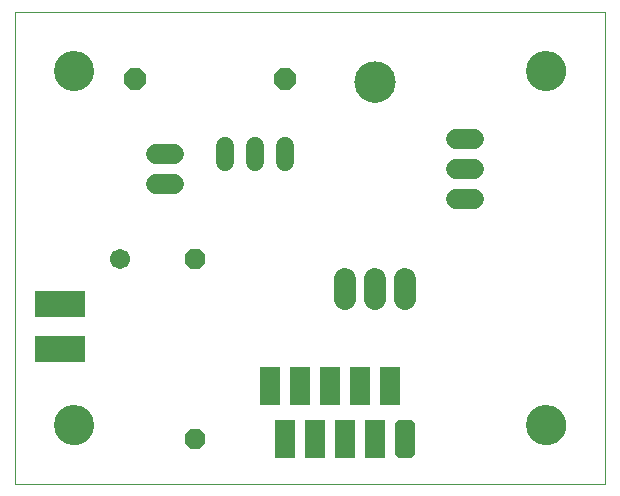
<source format=gts>
G75*
%MOIN*%
%OFA0B0*%
%FSLAX25Y25*%
%IPPOS*%
%LPD*%
%AMOC8*
5,1,8,0,0,1.08239X$1,22.5*
%
%ADD10C,0.00000*%
%ADD11C,0.07400*%
%ADD12C,0.13800*%
%ADD13C,0.03353*%
%ADD14R,0.06706X0.12611*%
%ADD15OC8,0.07400*%
%ADD16OC8,0.06800*%
%ADD17C,0.06000*%
%ADD18C,0.06800*%
%ADD19R,0.16548X0.08674*%
%ADD20C,0.13398*%
%ADD21C,0.06706*%
D10*
X0007378Y0007378D02*
X0007378Y0164858D01*
X0204228Y0164858D01*
X0204228Y0007378D01*
X0007378Y0007378D01*
X0020764Y0027063D02*
X0020766Y0027221D01*
X0020772Y0027379D01*
X0020782Y0027537D01*
X0020796Y0027695D01*
X0020814Y0027852D01*
X0020835Y0028009D01*
X0020861Y0028165D01*
X0020891Y0028321D01*
X0020924Y0028476D01*
X0020962Y0028629D01*
X0021003Y0028782D01*
X0021048Y0028934D01*
X0021097Y0029085D01*
X0021150Y0029234D01*
X0021206Y0029382D01*
X0021266Y0029528D01*
X0021330Y0029673D01*
X0021398Y0029816D01*
X0021469Y0029958D01*
X0021543Y0030098D01*
X0021621Y0030235D01*
X0021703Y0030371D01*
X0021787Y0030505D01*
X0021876Y0030636D01*
X0021967Y0030765D01*
X0022062Y0030892D01*
X0022159Y0031017D01*
X0022260Y0031139D01*
X0022364Y0031258D01*
X0022471Y0031375D01*
X0022581Y0031489D01*
X0022694Y0031600D01*
X0022809Y0031709D01*
X0022927Y0031814D01*
X0023048Y0031916D01*
X0023171Y0032016D01*
X0023297Y0032112D01*
X0023425Y0032205D01*
X0023555Y0032295D01*
X0023688Y0032381D01*
X0023823Y0032465D01*
X0023959Y0032544D01*
X0024098Y0032621D01*
X0024239Y0032693D01*
X0024381Y0032763D01*
X0024525Y0032828D01*
X0024671Y0032890D01*
X0024818Y0032948D01*
X0024967Y0033003D01*
X0025117Y0033054D01*
X0025268Y0033101D01*
X0025420Y0033144D01*
X0025573Y0033183D01*
X0025728Y0033219D01*
X0025883Y0033250D01*
X0026039Y0033278D01*
X0026195Y0033302D01*
X0026352Y0033322D01*
X0026510Y0033338D01*
X0026667Y0033350D01*
X0026826Y0033358D01*
X0026984Y0033362D01*
X0027142Y0033362D01*
X0027300Y0033358D01*
X0027459Y0033350D01*
X0027616Y0033338D01*
X0027774Y0033322D01*
X0027931Y0033302D01*
X0028087Y0033278D01*
X0028243Y0033250D01*
X0028398Y0033219D01*
X0028553Y0033183D01*
X0028706Y0033144D01*
X0028858Y0033101D01*
X0029009Y0033054D01*
X0029159Y0033003D01*
X0029308Y0032948D01*
X0029455Y0032890D01*
X0029601Y0032828D01*
X0029745Y0032763D01*
X0029887Y0032693D01*
X0030028Y0032621D01*
X0030167Y0032544D01*
X0030303Y0032465D01*
X0030438Y0032381D01*
X0030571Y0032295D01*
X0030701Y0032205D01*
X0030829Y0032112D01*
X0030955Y0032016D01*
X0031078Y0031916D01*
X0031199Y0031814D01*
X0031317Y0031709D01*
X0031432Y0031600D01*
X0031545Y0031489D01*
X0031655Y0031375D01*
X0031762Y0031258D01*
X0031866Y0031139D01*
X0031967Y0031017D01*
X0032064Y0030892D01*
X0032159Y0030765D01*
X0032250Y0030636D01*
X0032339Y0030505D01*
X0032423Y0030371D01*
X0032505Y0030235D01*
X0032583Y0030098D01*
X0032657Y0029958D01*
X0032728Y0029816D01*
X0032796Y0029673D01*
X0032860Y0029528D01*
X0032920Y0029382D01*
X0032976Y0029234D01*
X0033029Y0029085D01*
X0033078Y0028934D01*
X0033123Y0028782D01*
X0033164Y0028629D01*
X0033202Y0028476D01*
X0033235Y0028321D01*
X0033265Y0028165D01*
X0033291Y0028009D01*
X0033312Y0027852D01*
X0033330Y0027695D01*
X0033344Y0027537D01*
X0033354Y0027379D01*
X0033360Y0027221D01*
X0033362Y0027063D01*
X0033360Y0026905D01*
X0033354Y0026747D01*
X0033344Y0026589D01*
X0033330Y0026431D01*
X0033312Y0026274D01*
X0033291Y0026117D01*
X0033265Y0025961D01*
X0033235Y0025805D01*
X0033202Y0025650D01*
X0033164Y0025497D01*
X0033123Y0025344D01*
X0033078Y0025192D01*
X0033029Y0025041D01*
X0032976Y0024892D01*
X0032920Y0024744D01*
X0032860Y0024598D01*
X0032796Y0024453D01*
X0032728Y0024310D01*
X0032657Y0024168D01*
X0032583Y0024028D01*
X0032505Y0023891D01*
X0032423Y0023755D01*
X0032339Y0023621D01*
X0032250Y0023490D01*
X0032159Y0023361D01*
X0032064Y0023234D01*
X0031967Y0023109D01*
X0031866Y0022987D01*
X0031762Y0022868D01*
X0031655Y0022751D01*
X0031545Y0022637D01*
X0031432Y0022526D01*
X0031317Y0022417D01*
X0031199Y0022312D01*
X0031078Y0022210D01*
X0030955Y0022110D01*
X0030829Y0022014D01*
X0030701Y0021921D01*
X0030571Y0021831D01*
X0030438Y0021745D01*
X0030303Y0021661D01*
X0030167Y0021582D01*
X0030028Y0021505D01*
X0029887Y0021433D01*
X0029745Y0021363D01*
X0029601Y0021298D01*
X0029455Y0021236D01*
X0029308Y0021178D01*
X0029159Y0021123D01*
X0029009Y0021072D01*
X0028858Y0021025D01*
X0028706Y0020982D01*
X0028553Y0020943D01*
X0028398Y0020907D01*
X0028243Y0020876D01*
X0028087Y0020848D01*
X0027931Y0020824D01*
X0027774Y0020804D01*
X0027616Y0020788D01*
X0027459Y0020776D01*
X0027300Y0020768D01*
X0027142Y0020764D01*
X0026984Y0020764D01*
X0026826Y0020768D01*
X0026667Y0020776D01*
X0026510Y0020788D01*
X0026352Y0020804D01*
X0026195Y0020824D01*
X0026039Y0020848D01*
X0025883Y0020876D01*
X0025728Y0020907D01*
X0025573Y0020943D01*
X0025420Y0020982D01*
X0025268Y0021025D01*
X0025117Y0021072D01*
X0024967Y0021123D01*
X0024818Y0021178D01*
X0024671Y0021236D01*
X0024525Y0021298D01*
X0024381Y0021363D01*
X0024239Y0021433D01*
X0024098Y0021505D01*
X0023959Y0021582D01*
X0023823Y0021661D01*
X0023688Y0021745D01*
X0023555Y0021831D01*
X0023425Y0021921D01*
X0023297Y0022014D01*
X0023171Y0022110D01*
X0023048Y0022210D01*
X0022927Y0022312D01*
X0022809Y0022417D01*
X0022694Y0022526D01*
X0022581Y0022637D01*
X0022471Y0022751D01*
X0022364Y0022868D01*
X0022260Y0022987D01*
X0022159Y0023109D01*
X0022062Y0023234D01*
X0021967Y0023361D01*
X0021876Y0023490D01*
X0021787Y0023621D01*
X0021703Y0023755D01*
X0021621Y0023891D01*
X0021543Y0024028D01*
X0021469Y0024168D01*
X0021398Y0024310D01*
X0021330Y0024453D01*
X0021266Y0024598D01*
X0021206Y0024744D01*
X0021150Y0024892D01*
X0021097Y0025041D01*
X0021048Y0025192D01*
X0021003Y0025344D01*
X0020962Y0025497D01*
X0020924Y0025650D01*
X0020891Y0025805D01*
X0020861Y0025961D01*
X0020835Y0026117D01*
X0020814Y0026274D01*
X0020796Y0026431D01*
X0020782Y0026589D01*
X0020772Y0026747D01*
X0020766Y0026905D01*
X0020764Y0027063D01*
X0120878Y0141378D02*
X0120880Y0141539D01*
X0120886Y0141699D01*
X0120896Y0141860D01*
X0120910Y0142020D01*
X0120928Y0142180D01*
X0120949Y0142339D01*
X0120975Y0142498D01*
X0121005Y0142656D01*
X0121038Y0142813D01*
X0121076Y0142970D01*
X0121117Y0143125D01*
X0121162Y0143279D01*
X0121211Y0143432D01*
X0121264Y0143584D01*
X0121320Y0143735D01*
X0121381Y0143884D01*
X0121444Y0144032D01*
X0121512Y0144178D01*
X0121583Y0144322D01*
X0121657Y0144464D01*
X0121735Y0144605D01*
X0121817Y0144743D01*
X0121902Y0144880D01*
X0121990Y0145014D01*
X0122082Y0145146D01*
X0122177Y0145276D01*
X0122275Y0145404D01*
X0122376Y0145529D01*
X0122480Y0145651D01*
X0122587Y0145771D01*
X0122697Y0145888D01*
X0122810Y0146003D01*
X0122926Y0146114D01*
X0123045Y0146223D01*
X0123166Y0146328D01*
X0123290Y0146431D01*
X0123416Y0146531D01*
X0123544Y0146627D01*
X0123675Y0146720D01*
X0123809Y0146810D01*
X0123944Y0146897D01*
X0124082Y0146980D01*
X0124221Y0147060D01*
X0124363Y0147136D01*
X0124506Y0147209D01*
X0124651Y0147278D01*
X0124798Y0147344D01*
X0124946Y0147406D01*
X0125096Y0147464D01*
X0125247Y0147519D01*
X0125400Y0147570D01*
X0125554Y0147617D01*
X0125709Y0147660D01*
X0125865Y0147699D01*
X0126021Y0147735D01*
X0126179Y0147766D01*
X0126337Y0147794D01*
X0126496Y0147818D01*
X0126656Y0147838D01*
X0126816Y0147854D01*
X0126976Y0147866D01*
X0127137Y0147874D01*
X0127298Y0147878D01*
X0127458Y0147878D01*
X0127619Y0147874D01*
X0127780Y0147866D01*
X0127940Y0147854D01*
X0128100Y0147838D01*
X0128260Y0147818D01*
X0128419Y0147794D01*
X0128577Y0147766D01*
X0128735Y0147735D01*
X0128891Y0147699D01*
X0129047Y0147660D01*
X0129202Y0147617D01*
X0129356Y0147570D01*
X0129509Y0147519D01*
X0129660Y0147464D01*
X0129810Y0147406D01*
X0129958Y0147344D01*
X0130105Y0147278D01*
X0130250Y0147209D01*
X0130393Y0147136D01*
X0130535Y0147060D01*
X0130674Y0146980D01*
X0130812Y0146897D01*
X0130947Y0146810D01*
X0131081Y0146720D01*
X0131212Y0146627D01*
X0131340Y0146531D01*
X0131466Y0146431D01*
X0131590Y0146328D01*
X0131711Y0146223D01*
X0131830Y0146114D01*
X0131946Y0146003D01*
X0132059Y0145888D01*
X0132169Y0145771D01*
X0132276Y0145651D01*
X0132380Y0145529D01*
X0132481Y0145404D01*
X0132579Y0145276D01*
X0132674Y0145146D01*
X0132766Y0145014D01*
X0132854Y0144880D01*
X0132939Y0144743D01*
X0133021Y0144605D01*
X0133099Y0144464D01*
X0133173Y0144322D01*
X0133244Y0144178D01*
X0133312Y0144032D01*
X0133375Y0143884D01*
X0133436Y0143735D01*
X0133492Y0143584D01*
X0133545Y0143432D01*
X0133594Y0143279D01*
X0133639Y0143125D01*
X0133680Y0142970D01*
X0133718Y0142813D01*
X0133751Y0142656D01*
X0133781Y0142498D01*
X0133807Y0142339D01*
X0133828Y0142180D01*
X0133846Y0142020D01*
X0133860Y0141860D01*
X0133870Y0141699D01*
X0133876Y0141539D01*
X0133878Y0141378D01*
X0133876Y0141217D01*
X0133870Y0141057D01*
X0133860Y0140896D01*
X0133846Y0140736D01*
X0133828Y0140576D01*
X0133807Y0140417D01*
X0133781Y0140258D01*
X0133751Y0140100D01*
X0133718Y0139943D01*
X0133680Y0139786D01*
X0133639Y0139631D01*
X0133594Y0139477D01*
X0133545Y0139324D01*
X0133492Y0139172D01*
X0133436Y0139021D01*
X0133375Y0138872D01*
X0133312Y0138724D01*
X0133244Y0138578D01*
X0133173Y0138434D01*
X0133099Y0138292D01*
X0133021Y0138151D01*
X0132939Y0138013D01*
X0132854Y0137876D01*
X0132766Y0137742D01*
X0132674Y0137610D01*
X0132579Y0137480D01*
X0132481Y0137352D01*
X0132380Y0137227D01*
X0132276Y0137105D01*
X0132169Y0136985D01*
X0132059Y0136868D01*
X0131946Y0136753D01*
X0131830Y0136642D01*
X0131711Y0136533D01*
X0131590Y0136428D01*
X0131466Y0136325D01*
X0131340Y0136225D01*
X0131212Y0136129D01*
X0131081Y0136036D01*
X0130947Y0135946D01*
X0130812Y0135859D01*
X0130674Y0135776D01*
X0130535Y0135696D01*
X0130393Y0135620D01*
X0130250Y0135547D01*
X0130105Y0135478D01*
X0129958Y0135412D01*
X0129810Y0135350D01*
X0129660Y0135292D01*
X0129509Y0135237D01*
X0129356Y0135186D01*
X0129202Y0135139D01*
X0129047Y0135096D01*
X0128891Y0135057D01*
X0128735Y0135021D01*
X0128577Y0134990D01*
X0128419Y0134962D01*
X0128260Y0134938D01*
X0128100Y0134918D01*
X0127940Y0134902D01*
X0127780Y0134890D01*
X0127619Y0134882D01*
X0127458Y0134878D01*
X0127298Y0134878D01*
X0127137Y0134882D01*
X0126976Y0134890D01*
X0126816Y0134902D01*
X0126656Y0134918D01*
X0126496Y0134938D01*
X0126337Y0134962D01*
X0126179Y0134990D01*
X0126021Y0135021D01*
X0125865Y0135057D01*
X0125709Y0135096D01*
X0125554Y0135139D01*
X0125400Y0135186D01*
X0125247Y0135237D01*
X0125096Y0135292D01*
X0124946Y0135350D01*
X0124798Y0135412D01*
X0124651Y0135478D01*
X0124506Y0135547D01*
X0124363Y0135620D01*
X0124221Y0135696D01*
X0124082Y0135776D01*
X0123944Y0135859D01*
X0123809Y0135946D01*
X0123675Y0136036D01*
X0123544Y0136129D01*
X0123416Y0136225D01*
X0123290Y0136325D01*
X0123166Y0136428D01*
X0123045Y0136533D01*
X0122926Y0136642D01*
X0122810Y0136753D01*
X0122697Y0136868D01*
X0122587Y0136985D01*
X0122480Y0137105D01*
X0122376Y0137227D01*
X0122275Y0137352D01*
X0122177Y0137480D01*
X0122082Y0137610D01*
X0121990Y0137742D01*
X0121902Y0137876D01*
X0121817Y0138013D01*
X0121735Y0138151D01*
X0121657Y0138292D01*
X0121583Y0138434D01*
X0121512Y0138578D01*
X0121444Y0138724D01*
X0121381Y0138872D01*
X0121320Y0139021D01*
X0121264Y0139172D01*
X0121211Y0139324D01*
X0121162Y0139477D01*
X0121117Y0139631D01*
X0121076Y0139786D01*
X0121038Y0139943D01*
X0121005Y0140100D01*
X0120975Y0140258D01*
X0120949Y0140417D01*
X0120928Y0140576D01*
X0120910Y0140736D01*
X0120896Y0140896D01*
X0120886Y0141057D01*
X0120880Y0141217D01*
X0120878Y0141378D01*
X0178244Y0145173D02*
X0178246Y0145331D01*
X0178252Y0145489D01*
X0178262Y0145647D01*
X0178276Y0145805D01*
X0178294Y0145962D01*
X0178315Y0146119D01*
X0178341Y0146275D01*
X0178371Y0146431D01*
X0178404Y0146586D01*
X0178442Y0146739D01*
X0178483Y0146892D01*
X0178528Y0147044D01*
X0178577Y0147195D01*
X0178630Y0147344D01*
X0178686Y0147492D01*
X0178746Y0147638D01*
X0178810Y0147783D01*
X0178878Y0147926D01*
X0178949Y0148068D01*
X0179023Y0148208D01*
X0179101Y0148345D01*
X0179183Y0148481D01*
X0179267Y0148615D01*
X0179356Y0148746D01*
X0179447Y0148875D01*
X0179542Y0149002D01*
X0179639Y0149127D01*
X0179740Y0149249D01*
X0179844Y0149368D01*
X0179951Y0149485D01*
X0180061Y0149599D01*
X0180174Y0149710D01*
X0180289Y0149819D01*
X0180407Y0149924D01*
X0180528Y0150026D01*
X0180651Y0150126D01*
X0180777Y0150222D01*
X0180905Y0150315D01*
X0181035Y0150405D01*
X0181168Y0150491D01*
X0181303Y0150575D01*
X0181439Y0150654D01*
X0181578Y0150731D01*
X0181719Y0150803D01*
X0181861Y0150873D01*
X0182005Y0150938D01*
X0182151Y0151000D01*
X0182298Y0151058D01*
X0182447Y0151113D01*
X0182597Y0151164D01*
X0182748Y0151211D01*
X0182900Y0151254D01*
X0183053Y0151293D01*
X0183208Y0151329D01*
X0183363Y0151360D01*
X0183519Y0151388D01*
X0183675Y0151412D01*
X0183832Y0151432D01*
X0183990Y0151448D01*
X0184147Y0151460D01*
X0184306Y0151468D01*
X0184464Y0151472D01*
X0184622Y0151472D01*
X0184780Y0151468D01*
X0184939Y0151460D01*
X0185096Y0151448D01*
X0185254Y0151432D01*
X0185411Y0151412D01*
X0185567Y0151388D01*
X0185723Y0151360D01*
X0185878Y0151329D01*
X0186033Y0151293D01*
X0186186Y0151254D01*
X0186338Y0151211D01*
X0186489Y0151164D01*
X0186639Y0151113D01*
X0186788Y0151058D01*
X0186935Y0151000D01*
X0187081Y0150938D01*
X0187225Y0150873D01*
X0187367Y0150803D01*
X0187508Y0150731D01*
X0187647Y0150654D01*
X0187783Y0150575D01*
X0187918Y0150491D01*
X0188051Y0150405D01*
X0188181Y0150315D01*
X0188309Y0150222D01*
X0188435Y0150126D01*
X0188558Y0150026D01*
X0188679Y0149924D01*
X0188797Y0149819D01*
X0188912Y0149710D01*
X0189025Y0149599D01*
X0189135Y0149485D01*
X0189242Y0149368D01*
X0189346Y0149249D01*
X0189447Y0149127D01*
X0189544Y0149002D01*
X0189639Y0148875D01*
X0189730Y0148746D01*
X0189819Y0148615D01*
X0189903Y0148481D01*
X0189985Y0148345D01*
X0190063Y0148208D01*
X0190137Y0148068D01*
X0190208Y0147926D01*
X0190276Y0147783D01*
X0190340Y0147638D01*
X0190400Y0147492D01*
X0190456Y0147344D01*
X0190509Y0147195D01*
X0190558Y0147044D01*
X0190603Y0146892D01*
X0190644Y0146739D01*
X0190682Y0146586D01*
X0190715Y0146431D01*
X0190745Y0146275D01*
X0190771Y0146119D01*
X0190792Y0145962D01*
X0190810Y0145805D01*
X0190824Y0145647D01*
X0190834Y0145489D01*
X0190840Y0145331D01*
X0190842Y0145173D01*
X0190840Y0145015D01*
X0190834Y0144857D01*
X0190824Y0144699D01*
X0190810Y0144541D01*
X0190792Y0144384D01*
X0190771Y0144227D01*
X0190745Y0144071D01*
X0190715Y0143915D01*
X0190682Y0143760D01*
X0190644Y0143607D01*
X0190603Y0143454D01*
X0190558Y0143302D01*
X0190509Y0143151D01*
X0190456Y0143002D01*
X0190400Y0142854D01*
X0190340Y0142708D01*
X0190276Y0142563D01*
X0190208Y0142420D01*
X0190137Y0142278D01*
X0190063Y0142138D01*
X0189985Y0142001D01*
X0189903Y0141865D01*
X0189819Y0141731D01*
X0189730Y0141600D01*
X0189639Y0141471D01*
X0189544Y0141344D01*
X0189447Y0141219D01*
X0189346Y0141097D01*
X0189242Y0140978D01*
X0189135Y0140861D01*
X0189025Y0140747D01*
X0188912Y0140636D01*
X0188797Y0140527D01*
X0188679Y0140422D01*
X0188558Y0140320D01*
X0188435Y0140220D01*
X0188309Y0140124D01*
X0188181Y0140031D01*
X0188051Y0139941D01*
X0187918Y0139855D01*
X0187783Y0139771D01*
X0187647Y0139692D01*
X0187508Y0139615D01*
X0187367Y0139543D01*
X0187225Y0139473D01*
X0187081Y0139408D01*
X0186935Y0139346D01*
X0186788Y0139288D01*
X0186639Y0139233D01*
X0186489Y0139182D01*
X0186338Y0139135D01*
X0186186Y0139092D01*
X0186033Y0139053D01*
X0185878Y0139017D01*
X0185723Y0138986D01*
X0185567Y0138958D01*
X0185411Y0138934D01*
X0185254Y0138914D01*
X0185096Y0138898D01*
X0184939Y0138886D01*
X0184780Y0138878D01*
X0184622Y0138874D01*
X0184464Y0138874D01*
X0184306Y0138878D01*
X0184147Y0138886D01*
X0183990Y0138898D01*
X0183832Y0138914D01*
X0183675Y0138934D01*
X0183519Y0138958D01*
X0183363Y0138986D01*
X0183208Y0139017D01*
X0183053Y0139053D01*
X0182900Y0139092D01*
X0182748Y0139135D01*
X0182597Y0139182D01*
X0182447Y0139233D01*
X0182298Y0139288D01*
X0182151Y0139346D01*
X0182005Y0139408D01*
X0181861Y0139473D01*
X0181719Y0139543D01*
X0181578Y0139615D01*
X0181439Y0139692D01*
X0181303Y0139771D01*
X0181168Y0139855D01*
X0181035Y0139941D01*
X0180905Y0140031D01*
X0180777Y0140124D01*
X0180651Y0140220D01*
X0180528Y0140320D01*
X0180407Y0140422D01*
X0180289Y0140527D01*
X0180174Y0140636D01*
X0180061Y0140747D01*
X0179951Y0140861D01*
X0179844Y0140978D01*
X0179740Y0141097D01*
X0179639Y0141219D01*
X0179542Y0141344D01*
X0179447Y0141471D01*
X0179356Y0141600D01*
X0179267Y0141731D01*
X0179183Y0141865D01*
X0179101Y0142001D01*
X0179023Y0142138D01*
X0178949Y0142278D01*
X0178878Y0142420D01*
X0178810Y0142563D01*
X0178746Y0142708D01*
X0178686Y0142854D01*
X0178630Y0143002D01*
X0178577Y0143151D01*
X0178528Y0143302D01*
X0178483Y0143454D01*
X0178442Y0143607D01*
X0178404Y0143760D01*
X0178371Y0143915D01*
X0178341Y0144071D01*
X0178315Y0144227D01*
X0178294Y0144384D01*
X0178276Y0144541D01*
X0178262Y0144699D01*
X0178252Y0144857D01*
X0178246Y0145015D01*
X0178244Y0145173D01*
X0178244Y0027063D02*
X0178246Y0027221D01*
X0178252Y0027379D01*
X0178262Y0027537D01*
X0178276Y0027695D01*
X0178294Y0027852D01*
X0178315Y0028009D01*
X0178341Y0028165D01*
X0178371Y0028321D01*
X0178404Y0028476D01*
X0178442Y0028629D01*
X0178483Y0028782D01*
X0178528Y0028934D01*
X0178577Y0029085D01*
X0178630Y0029234D01*
X0178686Y0029382D01*
X0178746Y0029528D01*
X0178810Y0029673D01*
X0178878Y0029816D01*
X0178949Y0029958D01*
X0179023Y0030098D01*
X0179101Y0030235D01*
X0179183Y0030371D01*
X0179267Y0030505D01*
X0179356Y0030636D01*
X0179447Y0030765D01*
X0179542Y0030892D01*
X0179639Y0031017D01*
X0179740Y0031139D01*
X0179844Y0031258D01*
X0179951Y0031375D01*
X0180061Y0031489D01*
X0180174Y0031600D01*
X0180289Y0031709D01*
X0180407Y0031814D01*
X0180528Y0031916D01*
X0180651Y0032016D01*
X0180777Y0032112D01*
X0180905Y0032205D01*
X0181035Y0032295D01*
X0181168Y0032381D01*
X0181303Y0032465D01*
X0181439Y0032544D01*
X0181578Y0032621D01*
X0181719Y0032693D01*
X0181861Y0032763D01*
X0182005Y0032828D01*
X0182151Y0032890D01*
X0182298Y0032948D01*
X0182447Y0033003D01*
X0182597Y0033054D01*
X0182748Y0033101D01*
X0182900Y0033144D01*
X0183053Y0033183D01*
X0183208Y0033219D01*
X0183363Y0033250D01*
X0183519Y0033278D01*
X0183675Y0033302D01*
X0183832Y0033322D01*
X0183990Y0033338D01*
X0184147Y0033350D01*
X0184306Y0033358D01*
X0184464Y0033362D01*
X0184622Y0033362D01*
X0184780Y0033358D01*
X0184939Y0033350D01*
X0185096Y0033338D01*
X0185254Y0033322D01*
X0185411Y0033302D01*
X0185567Y0033278D01*
X0185723Y0033250D01*
X0185878Y0033219D01*
X0186033Y0033183D01*
X0186186Y0033144D01*
X0186338Y0033101D01*
X0186489Y0033054D01*
X0186639Y0033003D01*
X0186788Y0032948D01*
X0186935Y0032890D01*
X0187081Y0032828D01*
X0187225Y0032763D01*
X0187367Y0032693D01*
X0187508Y0032621D01*
X0187647Y0032544D01*
X0187783Y0032465D01*
X0187918Y0032381D01*
X0188051Y0032295D01*
X0188181Y0032205D01*
X0188309Y0032112D01*
X0188435Y0032016D01*
X0188558Y0031916D01*
X0188679Y0031814D01*
X0188797Y0031709D01*
X0188912Y0031600D01*
X0189025Y0031489D01*
X0189135Y0031375D01*
X0189242Y0031258D01*
X0189346Y0031139D01*
X0189447Y0031017D01*
X0189544Y0030892D01*
X0189639Y0030765D01*
X0189730Y0030636D01*
X0189819Y0030505D01*
X0189903Y0030371D01*
X0189985Y0030235D01*
X0190063Y0030098D01*
X0190137Y0029958D01*
X0190208Y0029816D01*
X0190276Y0029673D01*
X0190340Y0029528D01*
X0190400Y0029382D01*
X0190456Y0029234D01*
X0190509Y0029085D01*
X0190558Y0028934D01*
X0190603Y0028782D01*
X0190644Y0028629D01*
X0190682Y0028476D01*
X0190715Y0028321D01*
X0190745Y0028165D01*
X0190771Y0028009D01*
X0190792Y0027852D01*
X0190810Y0027695D01*
X0190824Y0027537D01*
X0190834Y0027379D01*
X0190840Y0027221D01*
X0190842Y0027063D01*
X0190840Y0026905D01*
X0190834Y0026747D01*
X0190824Y0026589D01*
X0190810Y0026431D01*
X0190792Y0026274D01*
X0190771Y0026117D01*
X0190745Y0025961D01*
X0190715Y0025805D01*
X0190682Y0025650D01*
X0190644Y0025497D01*
X0190603Y0025344D01*
X0190558Y0025192D01*
X0190509Y0025041D01*
X0190456Y0024892D01*
X0190400Y0024744D01*
X0190340Y0024598D01*
X0190276Y0024453D01*
X0190208Y0024310D01*
X0190137Y0024168D01*
X0190063Y0024028D01*
X0189985Y0023891D01*
X0189903Y0023755D01*
X0189819Y0023621D01*
X0189730Y0023490D01*
X0189639Y0023361D01*
X0189544Y0023234D01*
X0189447Y0023109D01*
X0189346Y0022987D01*
X0189242Y0022868D01*
X0189135Y0022751D01*
X0189025Y0022637D01*
X0188912Y0022526D01*
X0188797Y0022417D01*
X0188679Y0022312D01*
X0188558Y0022210D01*
X0188435Y0022110D01*
X0188309Y0022014D01*
X0188181Y0021921D01*
X0188051Y0021831D01*
X0187918Y0021745D01*
X0187783Y0021661D01*
X0187647Y0021582D01*
X0187508Y0021505D01*
X0187367Y0021433D01*
X0187225Y0021363D01*
X0187081Y0021298D01*
X0186935Y0021236D01*
X0186788Y0021178D01*
X0186639Y0021123D01*
X0186489Y0021072D01*
X0186338Y0021025D01*
X0186186Y0020982D01*
X0186033Y0020943D01*
X0185878Y0020907D01*
X0185723Y0020876D01*
X0185567Y0020848D01*
X0185411Y0020824D01*
X0185254Y0020804D01*
X0185096Y0020788D01*
X0184939Y0020776D01*
X0184780Y0020768D01*
X0184622Y0020764D01*
X0184464Y0020764D01*
X0184306Y0020768D01*
X0184147Y0020776D01*
X0183990Y0020788D01*
X0183832Y0020804D01*
X0183675Y0020824D01*
X0183519Y0020848D01*
X0183363Y0020876D01*
X0183208Y0020907D01*
X0183053Y0020943D01*
X0182900Y0020982D01*
X0182748Y0021025D01*
X0182597Y0021072D01*
X0182447Y0021123D01*
X0182298Y0021178D01*
X0182151Y0021236D01*
X0182005Y0021298D01*
X0181861Y0021363D01*
X0181719Y0021433D01*
X0181578Y0021505D01*
X0181439Y0021582D01*
X0181303Y0021661D01*
X0181168Y0021745D01*
X0181035Y0021831D01*
X0180905Y0021921D01*
X0180777Y0022014D01*
X0180651Y0022110D01*
X0180528Y0022210D01*
X0180407Y0022312D01*
X0180289Y0022417D01*
X0180174Y0022526D01*
X0180061Y0022637D01*
X0179951Y0022751D01*
X0179844Y0022868D01*
X0179740Y0022987D01*
X0179639Y0023109D01*
X0179542Y0023234D01*
X0179447Y0023361D01*
X0179356Y0023490D01*
X0179267Y0023621D01*
X0179183Y0023755D01*
X0179101Y0023891D01*
X0179023Y0024028D01*
X0178949Y0024168D01*
X0178878Y0024310D01*
X0178810Y0024453D01*
X0178746Y0024598D01*
X0178686Y0024744D01*
X0178630Y0024892D01*
X0178577Y0025041D01*
X0178528Y0025192D01*
X0178483Y0025344D01*
X0178442Y0025497D01*
X0178404Y0025650D01*
X0178371Y0025805D01*
X0178341Y0025961D01*
X0178315Y0026117D01*
X0178294Y0026274D01*
X0178276Y0026431D01*
X0178262Y0026589D01*
X0178252Y0026747D01*
X0178246Y0026905D01*
X0178244Y0027063D01*
X0020764Y0145173D02*
X0020766Y0145331D01*
X0020772Y0145489D01*
X0020782Y0145647D01*
X0020796Y0145805D01*
X0020814Y0145962D01*
X0020835Y0146119D01*
X0020861Y0146275D01*
X0020891Y0146431D01*
X0020924Y0146586D01*
X0020962Y0146739D01*
X0021003Y0146892D01*
X0021048Y0147044D01*
X0021097Y0147195D01*
X0021150Y0147344D01*
X0021206Y0147492D01*
X0021266Y0147638D01*
X0021330Y0147783D01*
X0021398Y0147926D01*
X0021469Y0148068D01*
X0021543Y0148208D01*
X0021621Y0148345D01*
X0021703Y0148481D01*
X0021787Y0148615D01*
X0021876Y0148746D01*
X0021967Y0148875D01*
X0022062Y0149002D01*
X0022159Y0149127D01*
X0022260Y0149249D01*
X0022364Y0149368D01*
X0022471Y0149485D01*
X0022581Y0149599D01*
X0022694Y0149710D01*
X0022809Y0149819D01*
X0022927Y0149924D01*
X0023048Y0150026D01*
X0023171Y0150126D01*
X0023297Y0150222D01*
X0023425Y0150315D01*
X0023555Y0150405D01*
X0023688Y0150491D01*
X0023823Y0150575D01*
X0023959Y0150654D01*
X0024098Y0150731D01*
X0024239Y0150803D01*
X0024381Y0150873D01*
X0024525Y0150938D01*
X0024671Y0151000D01*
X0024818Y0151058D01*
X0024967Y0151113D01*
X0025117Y0151164D01*
X0025268Y0151211D01*
X0025420Y0151254D01*
X0025573Y0151293D01*
X0025728Y0151329D01*
X0025883Y0151360D01*
X0026039Y0151388D01*
X0026195Y0151412D01*
X0026352Y0151432D01*
X0026510Y0151448D01*
X0026667Y0151460D01*
X0026826Y0151468D01*
X0026984Y0151472D01*
X0027142Y0151472D01*
X0027300Y0151468D01*
X0027459Y0151460D01*
X0027616Y0151448D01*
X0027774Y0151432D01*
X0027931Y0151412D01*
X0028087Y0151388D01*
X0028243Y0151360D01*
X0028398Y0151329D01*
X0028553Y0151293D01*
X0028706Y0151254D01*
X0028858Y0151211D01*
X0029009Y0151164D01*
X0029159Y0151113D01*
X0029308Y0151058D01*
X0029455Y0151000D01*
X0029601Y0150938D01*
X0029745Y0150873D01*
X0029887Y0150803D01*
X0030028Y0150731D01*
X0030167Y0150654D01*
X0030303Y0150575D01*
X0030438Y0150491D01*
X0030571Y0150405D01*
X0030701Y0150315D01*
X0030829Y0150222D01*
X0030955Y0150126D01*
X0031078Y0150026D01*
X0031199Y0149924D01*
X0031317Y0149819D01*
X0031432Y0149710D01*
X0031545Y0149599D01*
X0031655Y0149485D01*
X0031762Y0149368D01*
X0031866Y0149249D01*
X0031967Y0149127D01*
X0032064Y0149002D01*
X0032159Y0148875D01*
X0032250Y0148746D01*
X0032339Y0148615D01*
X0032423Y0148481D01*
X0032505Y0148345D01*
X0032583Y0148208D01*
X0032657Y0148068D01*
X0032728Y0147926D01*
X0032796Y0147783D01*
X0032860Y0147638D01*
X0032920Y0147492D01*
X0032976Y0147344D01*
X0033029Y0147195D01*
X0033078Y0147044D01*
X0033123Y0146892D01*
X0033164Y0146739D01*
X0033202Y0146586D01*
X0033235Y0146431D01*
X0033265Y0146275D01*
X0033291Y0146119D01*
X0033312Y0145962D01*
X0033330Y0145805D01*
X0033344Y0145647D01*
X0033354Y0145489D01*
X0033360Y0145331D01*
X0033362Y0145173D01*
X0033360Y0145015D01*
X0033354Y0144857D01*
X0033344Y0144699D01*
X0033330Y0144541D01*
X0033312Y0144384D01*
X0033291Y0144227D01*
X0033265Y0144071D01*
X0033235Y0143915D01*
X0033202Y0143760D01*
X0033164Y0143607D01*
X0033123Y0143454D01*
X0033078Y0143302D01*
X0033029Y0143151D01*
X0032976Y0143002D01*
X0032920Y0142854D01*
X0032860Y0142708D01*
X0032796Y0142563D01*
X0032728Y0142420D01*
X0032657Y0142278D01*
X0032583Y0142138D01*
X0032505Y0142001D01*
X0032423Y0141865D01*
X0032339Y0141731D01*
X0032250Y0141600D01*
X0032159Y0141471D01*
X0032064Y0141344D01*
X0031967Y0141219D01*
X0031866Y0141097D01*
X0031762Y0140978D01*
X0031655Y0140861D01*
X0031545Y0140747D01*
X0031432Y0140636D01*
X0031317Y0140527D01*
X0031199Y0140422D01*
X0031078Y0140320D01*
X0030955Y0140220D01*
X0030829Y0140124D01*
X0030701Y0140031D01*
X0030571Y0139941D01*
X0030438Y0139855D01*
X0030303Y0139771D01*
X0030167Y0139692D01*
X0030028Y0139615D01*
X0029887Y0139543D01*
X0029745Y0139473D01*
X0029601Y0139408D01*
X0029455Y0139346D01*
X0029308Y0139288D01*
X0029159Y0139233D01*
X0029009Y0139182D01*
X0028858Y0139135D01*
X0028706Y0139092D01*
X0028553Y0139053D01*
X0028398Y0139017D01*
X0028243Y0138986D01*
X0028087Y0138958D01*
X0027931Y0138934D01*
X0027774Y0138914D01*
X0027616Y0138898D01*
X0027459Y0138886D01*
X0027300Y0138878D01*
X0027142Y0138874D01*
X0026984Y0138874D01*
X0026826Y0138878D01*
X0026667Y0138886D01*
X0026510Y0138898D01*
X0026352Y0138914D01*
X0026195Y0138934D01*
X0026039Y0138958D01*
X0025883Y0138986D01*
X0025728Y0139017D01*
X0025573Y0139053D01*
X0025420Y0139092D01*
X0025268Y0139135D01*
X0025117Y0139182D01*
X0024967Y0139233D01*
X0024818Y0139288D01*
X0024671Y0139346D01*
X0024525Y0139408D01*
X0024381Y0139473D01*
X0024239Y0139543D01*
X0024098Y0139615D01*
X0023959Y0139692D01*
X0023823Y0139771D01*
X0023688Y0139855D01*
X0023555Y0139941D01*
X0023425Y0140031D01*
X0023297Y0140124D01*
X0023171Y0140220D01*
X0023048Y0140320D01*
X0022927Y0140422D01*
X0022809Y0140527D01*
X0022694Y0140636D01*
X0022581Y0140747D01*
X0022471Y0140861D01*
X0022364Y0140978D01*
X0022260Y0141097D01*
X0022159Y0141219D01*
X0022062Y0141344D01*
X0021967Y0141471D01*
X0021876Y0141600D01*
X0021787Y0141731D01*
X0021703Y0141865D01*
X0021621Y0142001D01*
X0021543Y0142138D01*
X0021469Y0142278D01*
X0021398Y0142420D01*
X0021330Y0142563D01*
X0021266Y0142708D01*
X0021206Y0142854D01*
X0021150Y0143002D01*
X0021097Y0143151D01*
X0021048Y0143302D01*
X0021003Y0143454D01*
X0020962Y0143607D01*
X0020924Y0143760D01*
X0020891Y0143915D01*
X0020861Y0144071D01*
X0020835Y0144227D01*
X0020814Y0144384D01*
X0020796Y0144541D01*
X0020782Y0144699D01*
X0020772Y0144857D01*
X0020766Y0145015D01*
X0020764Y0145173D01*
D11*
X0117378Y0075678D02*
X0117378Y0069078D01*
X0127378Y0069078D02*
X0127378Y0075678D01*
X0137378Y0075678D02*
X0137378Y0069078D01*
D12*
X0127378Y0141378D03*
D13*
X0135701Y0027007D02*
X0135701Y0017749D01*
X0135701Y0027007D02*
X0139055Y0027007D01*
X0139055Y0017749D01*
X0135701Y0017749D01*
X0135701Y0021101D02*
X0139055Y0021101D01*
X0139055Y0024453D02*
X0135701Y0024453D01*
D14*
X0127378Y0022378D03*
X0117378Y0022378D03*
X0107378Y0022378D03*
X0097378Y0022378D03*
X0102378Y0040094D03*
X0092378Y0040094D03*
X0112378Y0040094D03*
X0122378Y0040094D03*
X0132378Y0040094D03*
D15*
X0097378Y0142378D03*
X0047378Y0142378D03*
D16*
X0067378Y0082378D03*
X0067378Y0022378D03*
D17*
X0077378Y0114778D02*
X0077378Y0119978D01*
X0087378Y0119978D02*
X0087378Y0114778D01*
X0097378Y0114778D02*
X0097378Y0119978D01*
D18*
X0060378Y0117378D02*
X0054378Y0117378D01*
X0054378Y0107378D02*
X0060378Y0107378D01*
X0154378Y0112378D02*
X0160378Y0112378D01*
X0160378Y0122378D02*
X0154378Y0122378D01*
X0154378Y0102378D02*
X0160378Y0102378D01*
D19*
X0022378Y0067378D03*
X0022378Y0052378D03*
D20*
X0027063Y0027063D03*
X0027063Y0145173D03*
X0184543Y0145173D03*
X0184543Y0027063D03*
D21*
X0042378Y0082378D03*
M02*

</source>
